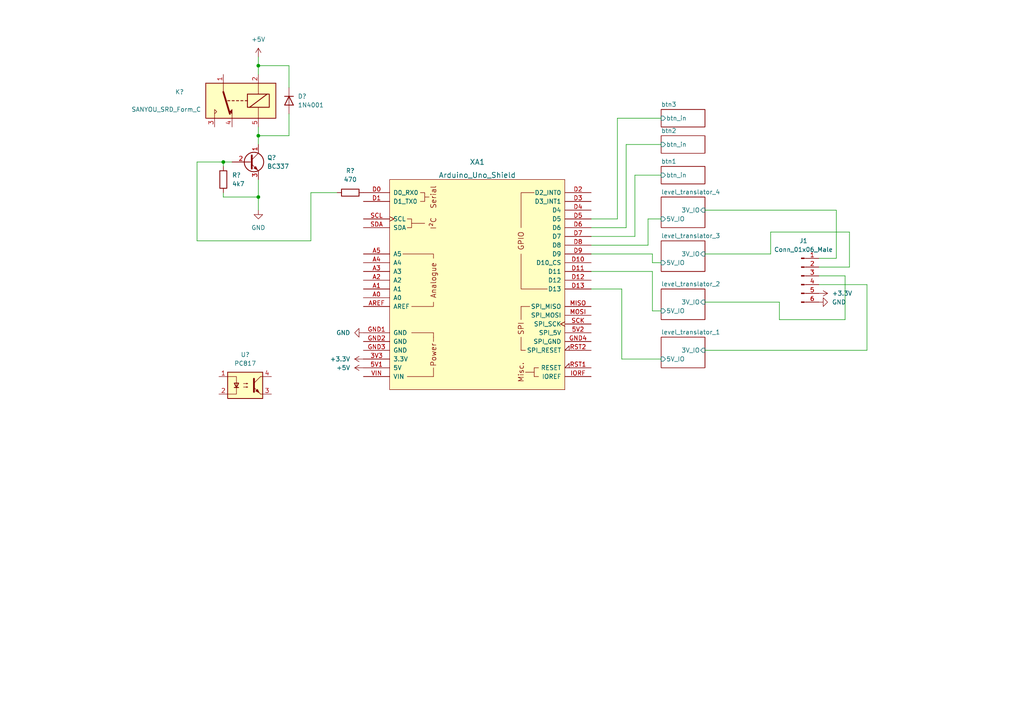
<source format=kicad_sch>
(kicad_sch (version 20211123) (generator eeschema)
  (paper "A4")
  (lib_symbols
    (symbol "Arduino_Library:Arduino_Uno_Shield" (pin_names (offset 1.016))
      (property "Reference" "XA" (at 2.54 0 90))
      (property "Value" "Arduino_Uno_Shield" (at -2.54 0 90))
      (symbol "Arduino_Uno_Shield_0_0"
        (rectangle (start -25.4 30.48) (end 25.4 -30.48) (fill (type background)))
        (rectangle (start -20.32 -26.67) (end -12.7 -26.67))
        (rectangle (start -19.05 -13.97) (end -12.7 -13.97))
        (polyline (pts (xy -19.05 17.78) (xy -15.24 17.78)))
        (polyline (pts (xy -15.24 25.4) (xy -13.97 25.4)))
        (polyline (pts (xy -12.7 -26.67) (xy -12.7 -24.13)))
        (polyline (pts (xy -12.7 -15.24) (xy -12.7 -16.51)))
        (polyline (pts (xy -12.7 -13.97) (xy -12.7 -15.24)))
        (polyline (pts (xy -12.7 -5.08) (xy -12.7 -6.35) (xy -19.05 -6.35)))
        (polyline (pts (xy -12.7 7.62) (xy -12.7 8.89) (xy -21.59 8.89)))
        (polyline (pts (xy 12.7 8.89) (xy 12.7 -1.27) (xy 20.32 -1.27)))
        (polyline (pts (xy 12.7 16.51) (xy 12.7 26.67) (xy 16.51 26.67)))
        (polyline (pts (xy -20.32 19.05) (xy -19.05 19.05) (xy -19.05 16.51) (xy -20.32 16.51)))
        (polyline (pts (xy -16.51 26.67) (xy -15.24 26.67) (xy -15.24 24.13) (xy -16.51 24.13)))
        (rectangle (start 12.7 -19.05) (end 12.7 -15.24))
        (rectangle (start 12.7 -10.16) (end 12.7 -6.35))
        (rectangle (start 13.97 -19.05) (end 12.7 -19.05))
        (rectangle (start 15.24 -6.35) (end 12.7 -6.35))
        (rectangle (start 16.51 -25.4) (end 13.97 -25.4))
        (rectangle (start 16.51 -24.13) (end 16.51 -26.67))
        (rectangle (start 17.78 -26.67) (end 16.51 -26.67))
        (rectangle (start 17.78 -24.13) (end 16.51 -24.13))
        (text "Analogue" (at -12.7 1.27 900) (effects (font (size 1.524 1.524))))
        (text "I²C" (at -12.7 17.78 900) (effects (font (size 1.524 1.524))))
        (text "Misc." (at 12.7 -25.4 900) (effects (font (size 1.524 1.524))))
        (text "Power" (at -12.7 -20.32 900) (effects (font (size 1.524 1.524))))
        (text "Serial" (at -12.7 25.4 900) (effects (font (size 1.524 1.524))))
        (text "SPI" (at 12.7 -12.7 900) (effects (font (size 1.524 1.524))))
      )
      (symbol "Arduino_Uno_Shield_1_0"
        (text "GPIO" (at 12.7 12.7 900) (effects (font (size 1.524 1.524))))
      )
      (symbol "Arduino_Uno_Shield_1_1"
        (pin power_out line (at -33.02 -21.59 0) (length 7.62) (name "3.3V") (number "3V3"))
        (pin power_in line (at -33.02 -24.13 0) (length 7.62) (name "5V") (number "5V1"))
        (pin power_in line (at 33.02 -13.97 180) (length 7.62) (name "SPI_5V") (number "5V2"))
        (pin bidirectional line (at -33.02 -3.81 0) (length 7.62) (name "A0") (number "A0"))
        (pin bidirectional line (at -33.02 -1.27 0) (length 7.62) (name "A1") (number "A1"))
        (pin bidirectional line (at -33.02 1.27 0) (length 7.62) (name "A2") (number "A2"))
        (pin bidirectional line (at -33.02 3.81 0) (length 7.62) (name "A3") (number "A3"))
        (pin bidirectional line (at -33.02 6.35 0) (length 7.62) (name "A4") (number "A4"))
        (pin bidirectional line (at -33.02 8.89 0) (length 7.62) (name "A5") (number "A5"))
        (pin input line (at -33.02 -6.35 0) (length 7.62) (name "AREF") (number "AREF"))
        (pin bidirectional line (at -33.02 26.67 0) (length 7.62) (name "D0_RX0") (number "D0"))
        (pin bidirectional line (at -33.02 24.13 0) (length 7.62) (name "D1_TX0") (number "D1"))
        (pin bidirectional line (at 33.02 6.35 180) (length 7.62) (name "D10_CS") (number "D10"))
        (pin bidirectional line (at 33.02 3.81 180) (length 7.62) (name "D11") (number "D11"))
        (pin bidirectional line (at 33.02 1.27 180) (length 7.62) (name "D12") (number "D12"))
        (pin bidirectional line (at 33.02 -1.27 180) (length 7.62) (name "D13") (number "D13"))
        (pin bidirectional line (at 33.02 26.67 180) (length 7.62) (name "D2_INT0") (number "D2"))
        (pin bidirectional line (at 33.02 24.13 180) (length 7.62) (name "D3_INT1") (number "D3"))
        (pin bidirectional line (at 33.02 21.59 180) (length 7.62) (name "D4") (number "D4"))
        (pin bidirectional line (at 33.02 19.05 180) (length 7.62) (name "D5") (number "D5"))
        (pin bidirectional line (at 33.02 16.51 180) (length 7.62) (name "D6") (number "D6"))
        (pin bidirectional line (at 33.02 13.97 180) (length 7.62) (name "D7") (number "D7"))
        (pin bidirectional line (at 33.02 11.43 180) (length 7.62) (name "D8") (number "D8"))
        (pin bidirectional line (at 33.02 8.89 180) (length 7.62) (name "D9") (number "D9"))
        (pin power_in line (at -33.02 -13.97 0) (length 7.62) (name "GND") (number "GND1"))
        (pin power_in line (at -33.02 -16.51 0) (length 7.62) (name "GND") (number "GND2"))
        (pin power_in line (at -33.02 -19.05 0) (length 7.62) (name "GND") (number "GND3"))
        (pin power_in line (at 33.02 -16.51 180) (length 7.62) (name "SPI_GND") (number "GND4"))
        (pin output line (at 33.02 -26.67 180) (length 7.62) (name "IOREF") (number "IORF"))
        (pin input line (at 33.02 -6.35 180) (length 7.62) (name "SPI_MISO") (number "MISO"))
        (pin output line (at 33.02 -8.89 180) (length 7.62) (name "SPI_MOSI") (number "MOSI"))
        (pin open_collector input_low (at 33.02 -24.13 180) (length 7.62) (name "RESET") (number "RST1"))
        (pin open_collector input_low (at 33.02 -19.05 180) (length 7.62) (name "SPI_RESET") (number "RST2"))
        (pin output clock (at 33.02 -11.43 180) (length 7.62) (name "SPI_SCK") (number "SCK"))
        (pin bidirectional clock (at -33.02 19.05 0) (length 7.62) (name "SCL") (number "SCL"))
        (pin bidirectional line (at -33.02 16.51 0) (length 7.62) (name "SDA") (number "SDA"))
        (pin power_in line (at -33.02 -26.67 0) (length 7.62) (name "VIN") (number "VIN"))
      )
    )
    (symbol "Connector:Conn_01x06_Male" (pin_names (offset 1.016) hide)
      (property "Reference" "J?" (at 0.635 10.16 0))
      (property "Value" "Conn_01x06_Male" (at 0.635 7.62 0))
      (symbol "Conn_01x06_Male_1_1"
        (polyline (pts (xy 1.27 -7.62) (xy 0.8636 -7.62)) (stroke (width 0.1524)))
        (polyline (pts (xy 1.27 -5.08) (xy 0.8636 -5.08)) (stroke (width 0.1524)))
        (polyline (pts (xy 1.27 -2.54) (xy 0.8636 -2.54)) (stroke (width 0.1524)))
        (polyline (pts (xy 1.27 0) (xy 0.8636 0)) (stroke (width 0.1524)))
        (polyline (pts (xy 1.27 2.54) (xy 0.8636 2.54)) (stroke (width 0.1524)))
        (polyline (pts (xy 1.27 5.08) (xy 0.8636 5.08)) (stroke (width 0.1524)))
        (rectangle (start 0.8636 -7.493) (end 0 -7.747) (stroke (width 0.1524)) (fill (type outline)))
        (rectangle (start 0.8636 -4.953) (end 0 -5.207) (stroke (width 0.1524)) (fill (type outline)))
        (rectangle (start 0.8636 -2.413) (end 0 -2.667) (stroke (width 0.1524)) (fill (type outline)))
        (rectangle (start 0.8636 0.127) (end 0 -0.127) (stroke (width 0.1524)) (fill (type outline)))
        (rectangle (start 0.8636 2.667) (end 0 2.413) (stroke (width 0.1524)) (fill (type outline)))
        (rectangle (start 0.8636 5.207) (end 0 4.953) (stroke (width 0.1524)) (fill (type outline)))
        (pin passive line (at 5.08 5.08 180) (length 3.81) (name "CD") (number "1"))
        (pin passive line (at 5.08 2.54 180) (length 3.81) (name "RES") (number "2"))
        (pin passive line (at 5.08 0 180) (length 3.81) (name "SDA") (number "3"))
        (pin passive line (at 5.08 -2.54 180) (length 3.81) (name "SCK") (number "4"))
        (pin passive line (at 5.08 -5.08 180) (length 3.81) (name "VDD") (number "5"))
        (pin passive line (at 5.08 -7.62 180) (length 3.81) (name "GND") (number "6"))
      )
    )
    (symbol "Device:R" (pin_numbers hide) (pin_names (offset 0))
      (property "Reference" "R" (at 2.032 0 90))
      (property "Value" "R" (at 0 0 90))
      (symbol "R_0_1"
        (rectangle (start -1.016 -2.54) (end 1.016 2.54) (stroke (width 0.254)))
      )
      (symbol "R_1_1"
        (pin passive line (at 0 3.81 270) (length 1.27) (name "~") (number "1"))
        (pin passive line (at 0 -3.81 90) (length 1.27) (name "~") (number "2"))
      )
    )
    (symbol "Diode:1N4001" (pin_numbers hide) (pin_names hide)
      (property "Reference" "D" (at 0 2.54 0))
      (property "Value" "1N4001" (at 0 -2.54 0))
      (symbol "1N4001_0_1"
        (polyline (pts (xy -1.27 1.27) (xy -1.27 -1.27)) (stroke (width 0.254)))
        (polyline (pts (xy 1.27 0) (xy -1.27 0)))
        (polyline (pts (xy 1.27 1.27) (xy 1.27 -1.27) (xy -1.27 0) (xy 1.27 1.27)) (stroke (width 0.254)))
      )
      (symbol "1N4001_1_1"
        (pin passive line (at -3.81 0 0) (length 2.54) (name "K") (number "1"))
        (pin passive line (at 3.81 0 180) (length 2.54) (name "A") (number "2"))
      )
    )
    (symbol "Isolator:PC817" (pin_names (offset 1.016))
      (property "Reference" "U" (at -5.08 5.08 0))
      (property "Value" "PC817" (at 0 5.08 0))
      (symbol "PC817_0_1"
        (rectangle (start -5.08 3.81) (end 5.08 -3.81) (stroke (width 0.254)) (fill (type background)))
        (polyline (pts (xy -3.175 -0.635) (xy -1.905 -0.635)) (stroke (width 0.254)))
        (polyline (pts (xy 2.54 0.635) (xy 4.445 2.54)))
        (polyline (pts (xy 4.445 -2.54) (xy 2.54 -0.635)) (fill (type outline)))
        (polyline (pts (xy 4.445 -2.54) (xy 5.08 -2.54)))
        (polyline (pts (xy 4.445 2.54) (xy 5.08 2.54)))
        (polyline (pts (xy -5.08 2.54) (xy -2.54 2.54) (xy -2.54 -0.635)))
        (polyline (pts (xy -2.54 -0.635) (xy -2.54 -2.54) (xy -5.08 -2.54)))
        (polyline (pts (xy 2.54 1.905) (xy 2.54 -1.905) (xy 2.54 -1.905)) (stroke (width 0.508)))
        (polyline (pts (xy -2.54 -0.635) (xy -3.175 0.635) (xy -1.905 0.635) (xy -2.54 -0.635)) (stroke (width 0.254)))
        (polyline (pts (xy -0.508 -0.508) (xy 0.762 -0.508) (xy 0.381 -0.635) (xy 0.381 -0.381) (xy 0.762 -0.508)))
        (polyline (pts (xy -0.508 0.508) (xy 0.762 0.508) (xy 0.381 0.381) (xy 0.381 0.635) (xy 0.762 0.508)))
        (polyline (pts (xy 3.048 -1.651) (xy 3.556 -1.143) (xy 4.064 -2.159) (xy 3.048 -1.651) (xy 3.048 -1.651)) (fill (type outline)))
      )
      (symbol "PC817_1_1"
        (pin passive line (at -7.62 2.54 0) (length 2.54) (name "~") (number "1"))
        (pin passive line (at -7.62 -2.54 0) (length 2.54) (name "~") (number "2"))
        (pin passive line (at 7.62 -2.54 180) (length 2.54) (name "~") (number "3"))
        (pin passive line (at 7.62 2.54 180) (length 2.54) (name "~") (number "4"))
      )
    )
    (symbol "Relay:SANYOU_SRD_Form_C"
      (property "Reference" "K" (at 11.43 3.81 0))
      (property "Value" "SANYOU_SRD_Form_C" (at 11.43 1.27 0))
      (symbol "SANYOU_SRD_Form_C_0_0"
        (polyline (pts (xy 7.62 5.08) (xy 7.62 2.54) (xy 6.985 3.175) (xy 7.62 3.81)))
      )
      (symbol "SANYOU_SRD_Form_C_0_1"
        (rectangle (start -10.16 5.08) (end 10.16 -5.08) (stroke (width 0.254)) (fill (type background)))
        (rectangle (start -8.255 1.905) (end -1.905 -1.905) (stroke (width 0.254)))
        (polyline (pts (xy -7.62 -1.905) (xy -2.54 1.905)) (stroke (width 0.254)))
        (polyline (pts (xy -5.08 -5.08) (xy -5.08 -1.905)))
        (polyline (pts (xy -5.08 5.08) (xy -5.08 1.905)))
        (polyline (pts (xy -1.905 0) (xy -1.27 0)) (stroke (width 0.254)))
        (polyline (pts (xy -0.635 0) (xy 0 0)) (stroke (width 0.254)))
        (polyline (pts (xy 0.635 0) (xy 1.27 0)) (stroke (width 0.254)))
        (polyline (pts (xy 1.905 0) (xy 2.54 0)) (stroke (width 0.254)))
        (polyline (pts (xy 3.175 0) (xy 3.81 0)) (stroke (width 0.254)))
        (polyline (pts (xy 5.08 -2.54) (xy 3.175 3.81)) (stroke (width 0.508)))
        (polyline (pts (xy 5.08 -2.54) (xy 5.08 -5.08)))
      )
      (symbol "SANYOU_SRD_Form_C_1_1"
        (polyline (pts (xy 2.54 3.81) (xy 3.175 3.175) (xy 2.54 2.54) (xy 2.54 5.08)) (fill (type outline)))
        (pin passive line (at 5.08 -7.62 90) (length 2.54) (name "~") (number "1"))
        (pin passive line (at -5.08 -7.62 90) (length 2.54) (name "~") (number "2"))
        (pin passive line (at 7.62 7.62 270) (length 2.54) (name "~") (number "3"))
        (pin passive line (at 2.54 7.62 270) (length 2.54) (name "~") (number "4"))
        (pin passive line (at -5.08 7.62 270) (length 2.54) (name "~") (number "5"))
      )
    )
    (symbol "Transistor_BJT:BC337" (pin_names (offset 0) hide)
      (property "Reference" "Q" (at 5.08 1.905 0))
      (property "Value" "BC337" (at 5.08 0 0))
      (symbol "BC337_0_1"
        (polyline (pts (xy 0 0) (xy 0.635 0)))
        (polyline (pts (xy 0.635 0.635) (xy 2.54 2.54)))
        (polyline (pts (xy 0.635 -0.635) (xy 2.54 -2.54) (xy 2.54 -2.54)))
        (polyline (pts (xy 0.635 1.905) (xy 0.635 -1.905) (xy 0.635 -1.905)) (stroke (width 0.508)))
        (polyline (pts (xy 1.27 -1.778) (xy 1.778 -1.27) (xy 2.286 -2.286) (xy 1.27 -1.778) (xy 1.27 -1.778)) (fill (type outline)))
        (circle (center 1.27 0) (radius 2.8194) (stroke (width 0.254)))
      )
      (symbol "BC337_1_1"
        (pin passive line (at 2.54 5.08 270) (length 2.54) (name "C") (number "1"))
        (pin input line (at -5.08 0 0) (length 5.08) (name "B") (number "2"))
        (pin passive line (at 2.54 -5.08 90) (length 2.54) (name "E") (number "3"))
      )
    )
    (symbol "power:+3.3V" (power) (pin_names (offset 0))
      (property "Value" "+3.3V" (at 0 3.556 0))
      (symbol "+3.3V_0_1"
        (polyline (pts (xy -0.762 1.27) (xy 0 2.54)))
        (polyline (pts (xy 0 0) (xy 0 2.54)))
        (polyline (pts (xy 0 2.54) (xy 0.762 1.27)))
      )
      (symbol "+3.3V_1_1"
        (pin power_in line (at 0 0 90) (length 0) hide (name "+3.3V") (number "1"))
      )
    )
    (symbol "power:+5V" (power) (pin_names (offset 0))
      (property "Value" "+5V" (at 0 3.556 0))
      (symbol "+5V_0_1"
        (polyline (pts (xy -0.762 1.27) (xy 0 2.54)))
        (polyline (pts (xy 0 0) (xy 0 2.54)))
        (polyline (pts (xy 0 2.54) (xy 0.762 1.27)))
      )
      (symbol "+5V_1_1"
        (pin power_in line (at 0 0 90) (length 0) hide (name "+5V") (number "1"))
      )
    )
    (symbol "power:GND" (power) (pin_names (offset 0))
      (property "Value" "GND" (at 0 -3.81 0))
      (symbol "GND_0_1"
        (polyline (pts (xy 0 0) (xy 0 -1.27) (xy 1.27 -1.27) (xy 0 -2.54) (xy -1.27 -1.27) (xy 0 -1.27)))
      )
      (symbol "GND_1_1"
        (pin power_in line (at 0 0 270) (length 0) hide (name "GND") (number "1"))
      )
    )
  )
  (junction (at 74.93 19.05))
  (junction (at 64.77 46.99))
  (junction (at 74.93 57.15))
  (junction (at 74.93 39.37))
  (wire (pts (xy 74.93 19.05) (xy 74.93 21.59)))
  (wire (pts (xy 57.15 46.99) (xy 64.77 46.99)))
  (wire (pts (xy 181.61 41.91) (xy 181.61 66.04)))
  (wire (pts (xy 74.93 39.37) (xy 74.93 41.91)))
  (wire (pts (xy 204.47 60.96) (xy 242.57 60.96)))
  (wire (pts (xy 245.11 92.71) (xy 245.11 80.01)))
  (wire (pts (xy 191.77 34.29) (xy 179.07 34.29)))
  (wire (pts (xy 74.93 57.15) (xy 74.93 60.96)))
  (wire (pts (xy 64.77 46.99) (xy 64.77 48.26)))
  (wire (pts (xy 64.77 55.88) (xy 64.77 57.15)))
  (wire (pts (xy 246.38 67.31) (xy 246.38 77.47)))
  (wire (pts (xy 246.38 77.47) (xy 237.49 77.47)))
  (wire (pts (xy 237.49 82.55) (xy 251.46 82.55)))
  (wire (pts (xy 171.45 71.12) (xy 187.96 71.12)))
  (wire (pts (xy 83.82 19.05) (xy 83.82 25.4)))
  (wire (pts (xy 251.46 101.6) (xy 251.46 82.55)))
  (wire (pts (xy 90.17 55.88) (xy 90.17 69.85)))
  (wire (pts (xy 171.45 73.66) (xy 189.23 73.66)))
  (wire (pts (xy 245.11 80.01) (xy 237.49 80.01)))
  (wire (pts (xy 226.06 87.63) (xy 226.06 92.71)))
  (wire (pts (xy 64.77 57.15) (xy 74.93 57.15)))
  (wire (pts (xy 74.93 19.05) (xy 83.82 19.05)))
  (wire (pts (xy 171.45 83.82) (xy 180.34 83.82)))
  (wire (pts (xy 226.06 92.71) (xy 245.11 92.71)))
  (wire (pts (xy 223.52 73.66) (xy 223.52 67.31)))
  (wire (pts (xy 180.34 104.14) (xy 180.34 83.82)))
  (wire (pts (xy 204.47 73.66) (xy 223.52 73.66)))
  (wire (pts (xy 189.23 90.17) (xy 189.23 78.74)))
  (wire (pts (xy 97.79 55.88) (xy 90.17 55.88)))
  (wire (pts (xy 189.23 73.66) (xy 189.23 76.2)))
  (wire (pts (xy 171.45 63.5) (xy 179.07 63.5)))
  (wire (pts (xy 90.17 69.85) (xy 57.15 69.85)))
  (wire (pts (xy 191.77 41.91) (xy 181.61 41.91)))
  (wire (pts (xy 74.93 16.51) (xy 74.93 19.05)))
  (wire (pts (xy 204.47 87.63) (xy 226.06 87.63)))
  (wire (pts (xy 57.15 46.99) (xy 57.15 69.85)))
  (wire (pts (xy 184.15 68.58) (xy 171.45 68.58)))
  (wire (pts (xy 242.57 60.96) (xy 242.57 74.93)))
  (wire (pts (xy 83.82 33.02) (xy 83.82 39.37)))
  (wire (pts (xy 184.15 50.8) (xy 191.77 50.8)))
  (wire (pts (xy 179.07 34.29) (xy 179.07 63.5)))
  (wire (pts (xy 187.96 63.5) (xy 191.77 63.5)))
  (wire (pts (xy 189.23 76.2) (xy 191.77 76.2)))
  (wire (pts (xy 171.45 66.04) (xy 181.61 66.04)))
  (wire (pts (xy 74.93 36.83) (xy 74.93 39.37)))
  (wire (pts (xy 204.47 101.6) (xy 251.46 101.6)))
  (wire (pts (xy 242.57 74.93) (xy 237.49 74.93)))
  (wire (pts (xy 187.96 71.12) (xy 187.96 63.5)))
  (wire (pts (xy 74.93 52.07) (xy 74.93 57.15)))
  (wire (pts (xy 180.34 104.14) (xy 191.77 104.14)))
  (wire (pts (xy 189.23 90.17) (xy 191.77 90.17)))
  (wire (pts (xy 83.82 39.37) (xy 74.93 39.37)))
  (wire (pts (xy 171.45 78.74) (xy 189.23 78.74)))
  (wire (pts (xy 223.52 67.31) (xy 246.38 67.31)))
  (wire (pts (xy 64.77 46.99) (xy 67.31 46.99)))
  (wire (pts (xy 184.15 50.8) (xy 184.15 68.58)))
  (symbol (lib_id "Relay:SANYOU_SRD_Form_C") (at 69.85 29.21 180) (unit 1)
    (property "Reference" "K?" (at 50.8 26.67 0) (effects (justify right)))
    (property "Value" "SANYOU_SRD_Form_C" (at 38.1 31.75 0) (effects (justify right)))
    (property "Footprint" "Relay_THT:Relay_SPDT_SANYOU_SRD_Series_Form_C" (effects hide))
    (property "Datasheet" "http://www.sanyourelay.ca/public/products/pdf/SRD.pdf" (effects hide))
  )
  (symbol (lib_id "power:+3.3V") (at 237.49 85.09 270) (unit 1)
    (property "Reference" "#PWR0101" (effects hide))
    (property "Value" "+3.3V" (at 241.3 85.0899 90) (effects (justify left)))
  )
  (symbol (lib_id "power:+3.3V") (at 105.41 104.14 90) (unit 1)
    (property "Reference" "#PWR0104" (effects hide))
    (property "Value" "+3.3V" (at 101.6 104.1399 90) (effects (justify left)))
  )
  (symbol (lib_id "Device:R") (at 64.77 52.07 180) (unit 1)
    (property "Reference" "R?" (at 67.31 50.7999 0) (effects (justify right)))
    (property "Value" "4k7" (at 67.31 53.3399 0) (effects (justify right)))
  )
  (symbol (lib_id "power:GND") (at 237.49 87.63 90) (unit 1)
    (property "Reference" "#PWR0102" (effects hide))
    (property "Value" "GND" (at 241.3 87.6299 90) (effects (justify right)))
  )
  (symbol (lib_id "Transistor_BJT:BC337") (at 72.39 46.99 0) (unit 1)
    (property "Reference" "Q?" (at 77.47 45.7199 0) (effects (justify left)))
    (property "Value" "BC337" (at 77.47 48.2599 0) (effects (justify left)))
    (property "Footprint" "Package_TO_SOT_THT:TO-92_Inline" (effects hide))
    (property "Datasheet" "https://diotec.com/tl_files/diotec/files/pdf/datasheets/bc337.pdf" (effects hide))
  )
  (symbol (lib_id "Isolator:PC817") (at 71.12 111.76 0) (unit 1)
    (property "Reference" "U?" (at 71.12 102.87 0))
    (property "Value" "PC817" (at 71.12 105.41 0))
    (property "Footprint" "Package_DIP:DIP-4_W7.62mm" (effects hide))
    (property "Datasheet" "http://www.soselectronic.cz/a_info/resource/d/pc817.pdf" (effects hide))
  )
  (symbol (lib_id "power:+5V") (at 105.41 106.68 90) (unit 1)
    (property "Reference" "#PWR0103" (effects hide))
    (property "Value" "+5V" (at 101.6 106.6799 90) (effects (justify left)))
  )
  (symbol (lib_id "power:GND") (at 105.41 96.52 270) (unit 1)
    (property "Reference" "#PWR0105" (effects hide))
    (property "Value" "GND" (at 101.6 96.5199 90) (effects (justify right)))
  )
  (symbol (lib_id "Device:R") (at 101.6 55.88 90) (unit 1)
    (property "Reference" "R?" (at 101.6 49.53 90))
    (property "Value" "470" (at 101.6 52.07 90))
  )
  (symbol (lib_id "Connector:Conn_01x06_Male") (at 232.41 80.01 0) (unit 1)
    (property "Reference" "J1" (at 233.045 69.85 0))
    (property "Value" "Conn_01x06_Male" (at 233.045 72.39 0))
  )
  (symbol (lib_id "Arduino_Library:Arduino_Uno_Shield") (at 138.43 82.55 0) (unit 1)
    (property "Reference" "XA1" (at 138.43 46.99 0) (effects (font (size 1.524 1.524))))
    (property "Value" "Arduino_Uno_Shield" (at 138.43 50.8 0) (effects (font (size 1.524 1.524))))
    (property "Footprint" "Arduino_Library:Arduino_Uno_Shield" (effects hide))
    (property "Datasheet" "https://docs.arduino.cc/hardware/uno-rev3" (effects hide))
  )
  (symbol (lib_id "power:GND") (at 74.93 60.96 0) (unit 1)
    (property "Reference" "#PWR?" (effects hide))
    (property "Value" "GND" (at 74.93 66.04 0))
  )
  (symbol (lib_id "Diode:1N4001") (at 83.82 29.21 270) (unit 1)
    (property "Reference" "D?" (at 86.36 27.9399 90) (effects (justify left)))
    (property "Value" "1N4001" (at 86.36 30.4799 90) (effects (justify left)))
    (property "Footprint" "Diode_THT:D_DO-41_SOD81_P10.16mm_Horizontal" (effects hide))
    (property "Datasheet" "http://www.vishay.com/docs/88503/1n4001.pdf" (effects hide))
  )
  (symbol (lib_id "power:+5V") (at 74.93 16.51 0) (unit 1)
    (property "Reference" "#PWR?" (effects hide))
    (property "Value" "+5V" (at 74.93 11.43 0))
  )
  (sheet (at 191.77 69.85) (size 12.7 8.89) (stroke (width 0.1524))
    (property "Sheet name" "level_translator_3" (at 191.77 69.1384 0) (effects (justify left bottom)))
    (property "Sheet file" "level_translator.kicad_sch" (effects hide))
    (pin "5V_IO" input (at 191.77 76.2 180))
    (pin "3V_IO" input (at 204.47 73.66 0))
  )
  (sheet (at 191.77 97.79) (size 12.7 8.89) (stroke (width 0.1524))
    (property "Sheet name" "level_translator_1" (at 191.77 97.0784 0) (effects (justify left bottom)))
    (property "Sheet file" "level_translator.kicad_sch" (effects hide))
    (pin "5V_IO" input (at 191.77 104.14 180))
    (pin "3V_IO" input (at 204.47 101.6 0))
  )
  (sheet (at 191.77 48.26) (size 12.7 5.08) (stroke (width 0.1524))
    (property "Sheet name" "btn1" (at 191.77 47.5484 0) (effects (justify left bottom)))
    (property "Sheet file" "btn1.kicad_sch" (effects hide))
    (pin "btn_in" input (at 191.77 50.8 180))
  )
  (sheet (at 191.77 57.15) (size 12.7 8.89) (stroke (width 0.1524))
    (property "Sheet name" "level_translator_4" (at 191.77 56.4384 0) (effects (justify left bottom)))
    (property "Sheet file" "level_translator.kicad_sch" (effects hide))
    (pin "5V_IO" input (at 191.77 63.5 180))
    (pin "3V_IO" input (at 204.47 60.96 0))
  )
  (sheet (at 191.77 31.75) (size 12.7 5.08) (stroke (width 0.1524))
    (property "Sheet name" "btn3" (at 191.77 31.0384 0) (effects (justify left bottom)))
    (property "Sheet file" "btn1.kicad_sch" (effects hide))
    (pin "btn_in" input (at 191.77 34.29 180))
  )
  (sheet (at 191.77 39.37) (size 12.7 5.08) (stroke (width 0.1524))
    (property "Sheet name" "btn2" (at 191.77 38.6584 0) (effects (justify left bottom)))
    (property "Sheet file" "btn1.kicad_sch" (effects hide))
    (pin "btn_in" input (at 191.77 41.91 180))
  )
  (sheet (at 191.77 83.82) (size 12.7 8.89) (stroke (width 0.1524))
    (property "Sheet name" "level_translator_2" (at 191.77 83.1084 0) (effects (justify left bottom)))
    (property "Sheet file" "level_translator.kicad_sch" (effects hide))
    (pin "5V_IO" input (at 191.77 90.17 180))
    (pin "3V_IO" input (at 204.47 87.63 0))
  )
)
</source>
